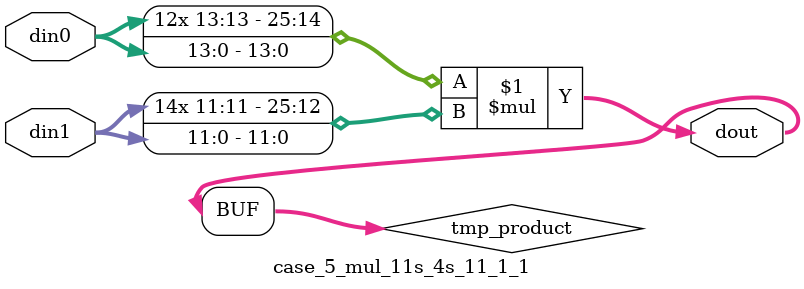
<source format=v>

`timescale 1 ns / 1 ps

 module case_5_mul_11s_4s_11_1_1(din0, din1, dout);
parameter ID = 1;
parameter NUM_STAGE = 0;
parameter din0_WIDTH = 14;
parameter din1_WIDTH = 12;
parameter dout_WIDTH = 26;

input [din0_WIDTH - 1 : 0] din0; 
input [din1_WIDTH - 1 : 0] din1; 
output [dout_WIDTH - 1 : 0] dout;

wire signed [dout_WIDTH - 1 : 0] tmp_product;



























assign tmp_product = $signed(din0) * $signed(din1);








assign dout = tmp_product;





















endmodule

</source>
